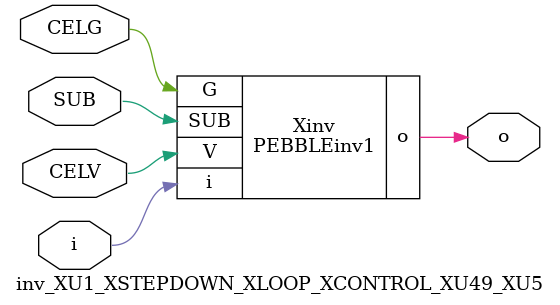
<source format=v>



module PEBBLEinv1 ( o, G, SUB, V, i );

  input V;
  input i;
  input G;
  output o;
  input SUB;
endmodule

//Celera Confidential Do Not Copy inv_XU1_XSTEPDOWN_XLOOP_XCONTROL_XU49_XU5
//Celera Confidential Symbol Generator
//5V Inverter
module inv_XU1_XSTEPDOWN_XLOOP_XCONTROL_XU49_XU5 (CELV,CELG,i,o,SUB);
input CELV;
input CELG;
input i;
input SUB;
output o;

//Celera Confidential Do Not Copy inv
PEBBLEinv1 Xinv(
.V (CELV),
.i (i),
.o (o),
.SUB (SUB),
.G (CELG)
);
//,diesize,PEBBLEinv1

//Celera Confidential Do Not Copy Module End
//Celera Schematic Generator
endmodule

</source>
